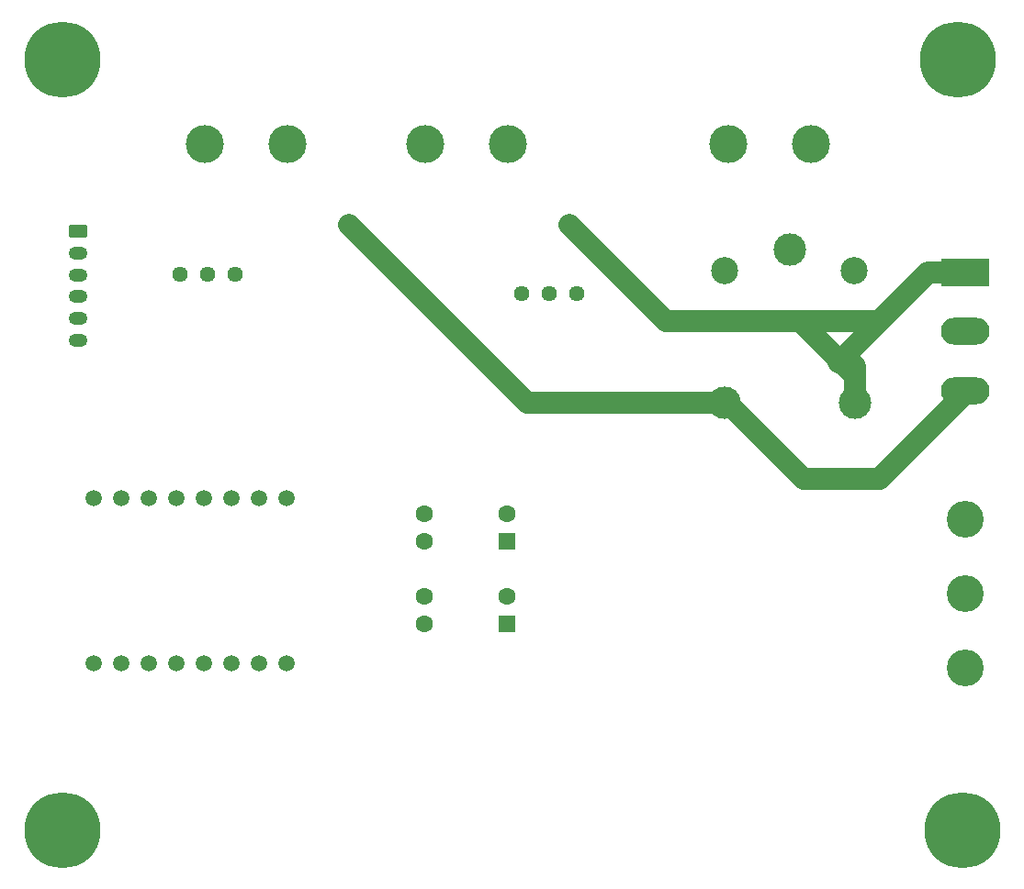
<source format=gbr>
%TF.GenerationSoftware,KiCad,Pcbnew,9.0.6*%
%TF.CreationDate,2026-01-17T02:02:38+03:00*%
%TF.ProjectId,Backup power switch 12v Module,4261636b-7570-4207-906f-776572207377,rev?*%
%TF.SameCoordinates,Original*%
%TF.FileFunction,Soldermask,Bot*%
%TF.FilePolarity,Negative*%
%FSLAX46Y46*%
G04 Gerber Fmt 4.6, Leading zero omitted, Abs format (unit mm)*
G04 Created by KiCad (PCBNEW 9.0.6) date 2026-01-17 02:02:38*
%MOMM*%
%LPD*%
G01*
G04 APERTURE LIST*
G04 Aperture macros list*
%AMRoundRect*
0 Rectangle with rounded corners*
0 $1 Rounding radius*
0 $2 $3 $4 $5 $6 $7 $8 $9 X,Y pos of 4 corners*
0 Add a 4 corners polygon primitive as box body*
4,1,4,$2,$3,$4,$5,$6,$7,$8,$9,$2,$3,0*
0 Add four circle primitives for the rounded corners*
1,1,$1+$1,$2,$3*
1,1,$1+$1,$4,$5*
1,1,$1+$1,$6,$7*
1,1,$1+$1,$8,$9*
0 Add four rect primitives between the rounded corners*
20,1,$1+$1,$2,$3,$4,$5,0*
20,1,$1+$1,$4,$5,$6,$7,0*
20,1,$1+$1,$6,$7,$8,$9,0*
20,1,$1+$1,$8,$9,$2,$3,0*%
G04 Aperture macros list end*
%ADD10RoundRect,0.250000X-0.625000X0.350000X-0.625000X-0.350000X0.625000X-0.350000X0.625000X0.350000X0*%
%ADD11O,1.750000X1.200000*%
%ADD12RoundRect,0.250000X0.550000X0.550000X-0.550000X0.550000X-0.550000X-0.550000X0.550000X-0.550000X0*%
%ADD13C,1.600000*%
%ADD14C,3.000000*%
%ADD15C,2.500000*%
%ADD16C,1.440000*%
%ADD17C,3.500000*%
%ADD18C,3.900000*%
%ADD19C,7.000000*%
%ADD20C,3.400000*%
%ADD21C,1.500000*%
%ADD22R,4.500000X2.500000*%
%ADD23O,4.500000X2.500000*%
%ADD24C,2.000000*%
G04 APERTURE END LIST*
D10*
X96266000Y-78138000D03*
D11*
X96266000Y-80138000D03*
X96266000Y-82138000D03*
X96266000Y-84138000D03*
X96266000Y-86138000D03*
X96266000Y-88138000D03*
D12*
X135885000Y-106685000D03*
D13*
X135885000Y-104145000D03*
X128265000Y-104145000D03*
X128265000Y-106685000D03*
D14*
X161925000Y-79765000D03*
D15*
X155875000Y-81715000D03*
D14*
X155875000Y-93915000D03*
X167925000Y-93965000D03*
D15*
X167875000Y-81715000D03*
D16*
X105664000Y-82042000D03*
X108204000Y-82042000D03*
X110743999Y-82042000D03*
D17*
X107950000Y-70040000D03*
X115570000Y-70040000D03*
X156210000Y-70040000D03*
X163830000Y-70040000D03*
D18*
X177410000Y-62230000D03*
D19*
X177410000Y-62230000D03*
D12*
X135885000Y-114305000D03*
D13*
X135885000Y-111765000D03*
X128265000Y-111765000D03*
X128265000Y-114305000D03*
D18*
X177800000Y-133350000D03*
D19*
X177800000Y-133350000D03*
D20*
X178054000Y-104648000D03*
D17*
X128270000Y-70040000D03*
X135890000Y-70040000D03*
D18*
X94860000Y-62230000D03*
D19*
X94860000Y-62230000D03*
D16*
X137160000Y-83820000D03*
X139700000Y-83820000D03*
X142239999Y-83820000D03*
D18*
X94860000Y-133350000D03*
D19*
X94860000Y-133350000D03*
D20*
X178054000Y-118364000D03*
D21*
X97780000Y-118000000D03*
X100320000Y-118000000D03*
X102860000Y-118000000D03*
X105400000Y-118000000D03*
X107940000Y-118000000D03*
X115560000Y-102760000D03*
X113020000Y-102746000D03*
X110480000Y-102746000D03*
X107940000Y-102746000D03*
X105400000Y-102746000D03*
X102860000Y-102746000D03*
X100320000Y-102746000D03*
X97780000Y-102746000D03*
X110480000Y-118000000D03*
X115560000Y-118000000D03*
X113020000Y-118000000D03*
D20*
X178054000Y-111506000D03*
D22*
X178120000Y-81915000D03*
D23*
X178120000Y-87365000D03*
X178120000Y-92815000D03*
D24*
X163195000Y-100965000D02*
X170180000Y-100965000D01*
X156145000Y-93915000D02*
X163195000Y-100965000D01*
X170180000Y-100965000D02*
X178120000Y-93025000D01*
X144780000Y-93915000D02*
X137730000Y-93915000D01*
X144780000Y-93915000D02*
X155875000Y-93915000D01*
X137730000Y-93915000D02*
X121285000Y-77470000D01*
X176530000Y-81915000D02*
X174625000Y-81915000D01*
X167894000Y-93934000D02*
X167925000Y-93965000D01*
X150495000Y-86360000D02*
X141605000Y-77470000D01*
X167925000Y-90520000D02*
X167575000Y-90170000D01*
X174625000Y-81915000D02*
X170180000Y-86360000D01*
X170180000Y-86360000D02*
X150495000Y-86360000D01*
X161798000Y-86360000D02*
X162814000Y-86360000D01*
X162814000Y-86360000D02*
X167894000Y-91440000D01*
X167894000Y-91440000D02*
X167894000Y-93934000D01*
X167575000Y-90170000D02*
X166370000Y-90170000D01*
X167925000Y-93965000D02*
X167925000Y-90520000D01*
X166370000Y-90170000D02*
X170180000Y-86360000D01*
M02*

</source>
